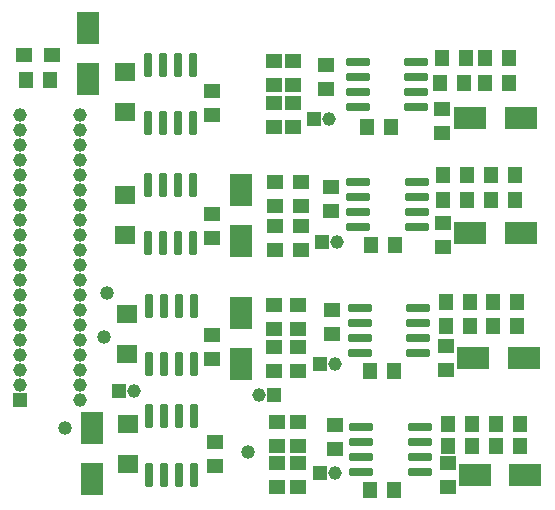
<source format=gts>
G04*
G04 #@! TF.GenerationSoftware,Altium Limited,Altium Designer,23.3.1 (30)*
G04*
G04 Layer_Color=8388736*
%FSLAX24Y24*%
%MOIN*%
G70*
G04*
G04 #@! TF.SameCoordinates,2879F4B0-5C84-431D-B3E2-9D7652F484AD*
G04*
G04*
G04 #@! TF.FilePolarity,Negative*
G04*
G01*
G75*
%ADD22R,0.0539X0.0488*%
%ADD23R,0.1083X0.0728*%
%ADD24R,0.0488X0.0539*%
G04:AMPARAMS|DCode=25|XSize=81.5mil|YSize=27.6mil|CornerRadius=4.9mil|HoleSize=0mil|Usage=FLASHONLY|Rotation=0.000|XOffset=0mil|YOffset=0mil|HoleType=Round|Shape=RoundedRectangle|*
%AMROUNDEDRECTD25*
21,1,0.0815,0.0177,0,0,0.0*
21,1,0.0717,0.0276,0,0,0.0*
1,1,0.0098,0.0358,-0.0089*
1,1,0.0098,-0.0358,-0.0089*
1,1,0.0098,-0.0358,0.0089*
1,1,0.0098,0.0358,0.0089*
%
%ADD25ROUNDEDRECTD25*%
G04:AMPARAMS|DCode=26|XSize=81.5mil|YSize=27.6mil|CornerRadius=4.9mil|HoleSize=0mil|Usage=FLASHONLY|Rotation=90.000|XOffset=0mil|YOffset=0mil|HoleType=Round|Shape=RoundedRectangle|*
%AMROUNDEDRECTD26*
21,1,0.0815,0.0177,0,0,90.0*
21,1,0.0717,0.0276,0,0,90.0*
1,1,0.0098,0.0089,0.0358*
1,1,0.0098,0.0089,-0.0358*
1,1,0.0098,-0.0089,-0.0358*
1,1,0.0098,-0.0089,0.0358*
%
%ADD26ROUNDEDRECTD26*%
%ADD27R,0.0669X0.0638*%
%ADD28R,0.0728X0.1083*%
%ADD29R,0.0571X0.0512*%
%ADD30C,0.0469*%
%ADD31R,0.0453X0.0453*%
%ADD32C,0.0453*%
%ADD33R,0.0453X0.0453*%
D22*
X10250Y3100D02*
D03*
Y3900D02*
D03*
Y7000D02*
D03*
Y7800D02*
D03*
X11200Y15000D02*
D03*
Y15800D02*
D03*
X9500Y11900D02*
D03*
Y11100D02*
D03*
X10100Y13750D02*
D03*
Y14550D02*
D03*
X9450Y13750D02*
D03*
Y14550D02*
D03*
X15050Y14350D02*
D03*
Y13551D02*
D03*
X9450Y15950D02*
D03*
Y15150D02*
D03*
X11350Y10950D02*
D03*
Y11750D02*
D03*
X10350Y9650D02*
D03*
Y10450D02*
D03*
X9500Y9650D02*
D03*
Y10450D02*
D03*
X15100Y10550D02*
D03*
Y9750D02*
D03*
X11400Y6850D02*
D03*
Y7649D02*
D03*
X10250Y1750D02*
D03*
Y2550D02*
D03*
Y5600D02*
D03*
Y6400D02*
D03*
X15200Y6450D02*
D03*
Y5650D02*
D03*
X15250Y2550D02*
D03*
Y1750D02*
D03*
X9550Y1750D02*
D03*
Y2550D02*
D03*
X10100Y15150D02*
D03*
Y15950D02*
D03*
X11500Y3000D02*
D03*
Y3800D02*
D03*
X9450Y7800D02*
D03*
Y7000D02*
D03*
Y5600D02*
D03*
Y6400D02*
D03*
X10350Y11100D02*
D03*
Y11900D02*
D03*
X9550Y3900D02*
D03*
Y3100D02*
D03*
X7400Y6001D02*
D03*
Y6800D02*
D03*
Y14151D02*
D03*
Y14950D02*
D03*
X7500Y2450D02*
D03*
Y3250D02*
D03*
X7400Y10050D02*
D03*
Y10850D02*
D03*
D23*
X17796Y6050D02*
D03*
X16104D02*
D03*
X17696Y10200D02*
D03*
X16004D02*
D03*
X17846Y2150D02*
D03*
X16154D02*
D03*
X17696Y14050D02*
D03*
X16004D02*
D03*
D24*
X15100Y12150D02*
D03*
X15900D02*
D03*
X15000Y15200D02*
D03*
X15800D02*
D03*
X16750Y7100D02*
D03*
X17550D02*
D03*
X16850Y3100D02*
D03*
X17650D02*
D03*
X16700Y12150D02*
D03*
X17500D02*
D03*
X16500Y15200D02*
D03*
X17300D02*
D03*
X13450Y5600D02*
D03*
X12650D02*
D03*
X15250Y3100D02*
D03*
X16050D02*
D03*
X13450Y1650D02*
D03*
X12650D02*
D03*
X13500Y9800D02*
D03*
X12700D02*
D03*
X15050Y16050D02*
D03*
X15850D02*
D03*
X16850Y3850D02*
D03*
X17650D02*
D03*
X15201Y7900D02*
D03*
X16000D02*
D03*
X15100Y11300D02*
D03*
X15900D02*
D03*
X16500Y16050D02*
D03*
X17299D02*
D03*
X15200Y7100D02*
D03*
X15999D02*
D03*
X16750Y7900D02*
D03*
X17550D02*
D03*
X15250Y3850D02*
D03*
X16050D02*
D03*
X13350Y13750D02*
D03*
X12550D02*
D03*
X16700Y11300D02*
D03*
X17500D02*
D03*
X2000Y15300D02*
D03*
X1200D02*
D03*
D25*
X12378Y3750D02*
D03*
Y3250D02*
D03*
Y2750D02*
D03*
Y2250D02*
D03*
X14322D02*
D03*
Y2750D02*
D03*
Y3250D02*
D03*
Y3750D02*
D03*
X12255Y15900D02*
D03*
Y15400D02*
D03*
Y14900D02*
D03*
Y14400D02*
D03*
X14200D02*
D03*
Y14900D02*
D03*
Y15400D02*
D03*
Y15900D02*
D03*
X12278Y11900D02*
D03*
Y11400D02*
D03*
Y10900D02*
D03*
Y10400D02*
D03*
X14222D02*
D03*
Y10900D02*
D03*
Y11400D02*
D03*
Y11900D02*
D03*
X12328Y7700D02*
D03*
Y7200D02*
D03*
Y6700D02*
D03*
Y6200D02*
D03*
X14272D02*
D03*
Y6700D02*
D03*
Y7200D02*
D03*
Y7700D02*
D03*
D26*
X5250Y9878D02*
D03*
X5750D02*
D03*
X6250D02*
D03*
X6750D02*
D03*
Y11822D02*
D03*
X6250D02*
D03*
X5750D02*
D03*
X5250D02*
D03*
X5300Y7772D02*
D03*
X5800D02*
D03*
X6300D02*
D03*
X6800D02*
D03*
Y5828D02*
D03*
X6300D02*
D03*
X5800D02*
D03*
X5300D02*
D03*
X5250Y15822D02*
D03*
X5750D02*
D03*
X6250D02*
D03*
X6750D02*
D03*
Y13878D02*
D03*
X6250D02*
D03*
X5750D02*
D03*
X5250D02*
D03*
X5300Y4100D02*
D03*
X5800D02*
D03*
X6300D02*
D03*
X6800D02*
D03*
Y2155D02*
D03*
X6300D02*
D03*
X5800D02*
D03*
X5300D02*
D03*
D27*
X4600Y2504D02*
D03*
Y3850D02*
D03*
X4500Y14227D02*
D03*
Y15573D02*
D03*
Y10127D02*
D03*
Y11473D02*
D03*
X4550Y6177D02*
D03*
Y7523D02*
D03*
D28*
X3250Y17046D02*
D03*
Y15354D02*
D03*
X8350Y9954D02*
D03*
Y11646D02*
D03*
Y7546D02*
D03*
Y5854D02*
D03*
X3400Y3696D02*
D03*
Y2004D02*
D03*
D29*
X1137Y16150D02*
D03*
X2063D02*
D03*
D30*
X3900Y8200D02*
D03*
X3800Y6750D02*
D03*
X2500Y3700D02*
D03*
X8600Y2900D02*
D03*
D31*
X11000Y2200D02*
D03*
X11050Y9900D02*
D03*
X11000Y5850D02*
D03*
X10800Y14000D02*
D03*
X9450Y4800D02*
D03*
X4300Y4950D02*
D03*
D32*
X11500Y2200D02*
D03*
X11550Y9900D02*
D03*
X11500Y5850D02*
D03*
X11300Y14000D02*
D03*
X8950Y4800D02*
D03*
X4800Y4950D02*
D03*
X3000Y4650D02*
D03*
X1000Y5150D02*
D03*
X3000D02*
D03*
X1000Y5650D02*
D03*
X3000D02*
D03*
X1000Y6150D02*
D03*
X3000D02*
D03*
X1000Y6650D02*
D03*
X3000D02*
D03*
X1000Y7150D02*
D03*
X3000D02*
D03*
X1000Y7650D02*
D03*
X3000D02*
D03*
X1000Y8150D02*
D03*
X3000D02*
D03*
X1000Y8650D02*
D03*
X3000D02*
D03*
X1000Y9150D02*
D03*
X3000D02*
D03*
X1000Y9650D02*
D03*
X3000D02*
D03*
X1000Y10150D02*
D03*
X3000D02*
D03*
X1000Y10650D02*
D03*
X3000D02*
D03*
X1000Y11150D02*
D03*
X3000D02*
D03*
X1000Y11650D02*
D03*
X3000D02*
D03*
X1000Y12150D02*
D03*
X3000D02*
D03*
X1000Y12650D02*
D03*
X3000D02*
D03*
X1000Y13150D02*
D03*
X3000D02*
D03*
X1000Y13650D02*
D03*
X3000D02*
D03*
X1000Y14150D02*
D03*
X3000D02*
D03*
D33*
X1000Y4650D02*
D03*
M02*

</source>
